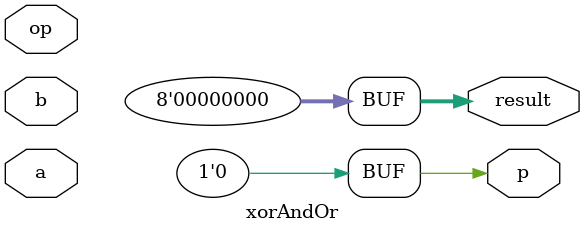
<source format=v>
`timescale 1ns / 1ps

`define ANL   4'h2
`define ORL   4'h3
`define XRL   4'h4

module xorAndOr(op, a, b, result, p);
    input        op;        // operations: 1 -> and, 0 -> xor;
    input  [7:0] a, b;      // Temp accumulators
    output [7:0] result;    // result of the operation
    output       p;         // bit parity
 
assign result = (op == `ANL) ? a|b : 
                (op == `ORL) ? a^b :
                (op == `XRL) ? a&b : 8'h0;

assign p = result[0];

endmodule

</source>
